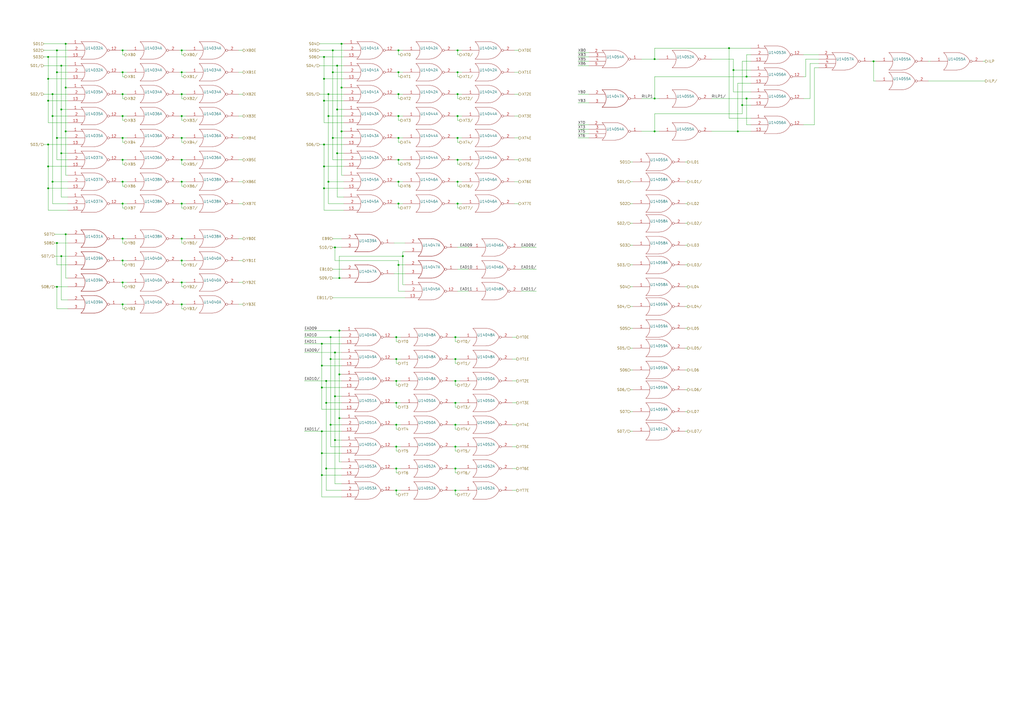
<source format=kicad_sch>
(kicad_sch (version 20211123) (generator eeschema)
  (paper "A2")
  (junction (at 187.96 33.02))
  (junction (at 190.5 67.31))
  (junction (at 71.12 138.43))
  (junction (at 189.23 233.68))
  (junction (at 229.87 259.08))
  (junction (at 105.41 80.01))
  (junction (at 231.14 105.41))
  (junction (at 193.04 80.01))
  (junction (at 231.14 67.31))
  (junction (at 195.58 38.1))
  (junction (at 187.96 96.52))
  (junction (at 264.16 271.78))
  (junction (at 71.12 54.61))
  (junction (at 264.16 195.58))
  (junction (at 71.12 29.21))
  (junction (at 33.02 140.97))
  (junction (at 265.43 54.61))
  (junction (at 105.41 67.31))
  (junction (at 30.48 67.31))
  (junction (at 186.69 262.89))
  (junction (at 191.77 208.28))
  (junction (at 229.87 195.58))
  (junction (at 186.69 250.19))
  (junction (at 264.16 208.28))
  (junction (at 379.73 57.15))
  (junction (at 264.16 284.48))
  (junction (at 105.41 176.53))
  (junction (at 194.31 204.47))
  (junction (at 264.16 220.98))
  (junction (at 194.31 143.51))
  (junction (at 27.94 109.22))
  (junction (at 265.43 105.41))
  (junction (at 38.1 135.89))
  (junction (at 105.41 29.21))
  (junction (at 35.56 63.5))
  (junction (at 229.87 246.38))
  (junction (at 105.41 92.71))
  (junction (at 231.14 41.91))
  (junction (at 198.12 50.8))
  (junction (at 231.14 118.11))
  (junction (at 198.12 25.4))
  (junction (at 195.58 63.5))
  (junction (at 231.14 29.21))
  (junction (at 196.85 161.29))
  (junction (at 231.14 153.67))
  (junction (at 229.87 208.28))
  (junction (at 193.04 41.91))
  (junction (at 30.48 105.41))
  (junction (at 231.14 80.01))
  (junction (at 233.68 148.59))
  (junction (at 189.23 271.78))
  (junction (at 105.41 54.61))
  (junction (at 265.43 80.01))
  (junction (at 71.12 105.41))
  (junction (at 71.12 118.11))
  (junction (at 433.07 57.15))
  (junction (at 71.12 80.01))
  (junction (at 265.43 29.21))
  (junction (at 71.12 41.91))
  (junction (at 425.45 40.64))
  (junction (at 186.69 212.09))
  (junction (at 105.41 118.11))
  (junction (at 229.87 220.98))
  (junction (at 35.56 38.1))
  (junction (at 105.41 138.43))
  (junction (at 191.77 246.38))
  (junction (at 186.69 224.79))
  (junction (at 186.69 275.59))
  (junction (at 105.41 105.41))
  (junction (at 264.16 259.08))
  (junction (at 27.94 96.52))
  (junction (at 194.31 255.27))
  (junction (at 196.85 242.57))
  (junction (at 196.85 217.17))
  (junction (at 71.12 151.13))
  (junction (at 187.96 109.22))
  (junction (at 229.87 233.68))
  (junction (at 33.02 29.21))
  (junction (at 231.14 92.71))
  (junction (at 229.87 284.48))
  (junction (at 71.12 92.71))
  (junction (at 265.43 118.11))
  (junction (at 27.94 33.02))
  (junction (at 229.87 271.78))
  (junction (at 30.48 54.61))
  (junction (at 379.73 34.29))
  (junction (at 71.12 67.31))
  (junction (at 33.02 166.37))
  (junction (at 265.43 67.31))
  (junction (at 190.5 54.61))
  (junction (at 33.02 41.91))
  (junction (at 27.94 58.42))
  (junction (at 38.1 25.4))
  (junction (at 27.94 45.72))
  (junction (at 427.99 76.2))
  (junction (at 187.96 83.82))
  (junction (at 196.85 191.77))
  (junction (at 430.53 60.96))
  (junction (at 105.41 41.91))
  (junction (at 433.07 44.45))
  (junction (at 193.04 29.21))
  (junction (at 33.02 80.01))
  (junction (at 38.1 50.8))
  (junction (at 264.16 233.68))
  (junction (at 265.43 41.91))
  (junction (at 38.1 76.2))
  (junction (at 35.56 88.9))
  (junction (at 105.41 151.13))
  (junction (at 105.41 163.83))
  (junction (at 191.77 195.58))
  (junction (at 379.73 76.2))
  (junction (at 187.96 58.42))
  (junction (at 506.73 35.56))
  (junction (at 265.43 92.71))
  (junction (at 189.23 220.98))
  (junction (at 194.31 229.87))
  (junction (at 422.91 27.94))
  (junction (at 35.56 148.59))
  (junction (at 231.14 54.61))
  (junction (at 264.16 246.38))
  (junction (at 186.69 199.39))
  (junction (at 198.12 76.2))
  (junction (at 195.58 88.9))
  (junction (at 71.12 163.83))
  (junction (at 71.12 176.53))
  (junction (at 187.96 45.72))
  (junction (at 27.94 83.82))
  (junction (at 190.5 105.41))
  (wire (pts (xy 138.43 54.61) (xy 140.97 54.61)))
  (wire (pts (xy 105.41 107.95) (xy 106.68 107.95)))
  (wire (pts (xy 397.51 153.67) (xy 398.78 153.67)))
  (wire (pts (xy 262.89 259.08) (xy 264.16 259.08)))
  (wire (pts (xy 367.03 238.76) (xy 365.76 238.76)))
  (wire (pts (xy 193.04 80.01) (xy 193.04 92.71)))
  (wire (pts (xy 297.18 220.98) (xy 299.72 220.98)))
  (wire (pts (xy 196.85 217.17) (xy 196.85 242.57)))
  (wire (pts (xy 265.43 41.91) (xy 267.97 41.91)))
  (wire (pts (xy 195.58 88.9) (xy 199.39 88.9)))
  (wire (pts (xy 229.87 220.98) (xy 232.41 220.98)))
  (wire (pts (xy 466.09 44.45) (xy 467.36 44.45)))
  (wire (pts (xy 264.16 284.48) (xy 264.16 287.02)))
  (wire (pts (xy 264.16 284.48) (xy 266.7 284.48)))
  (wire (pts (xy 231.14 153.67) (xy 231.14 168.91)))
  (wire (pts (xy 422.91 68.58) (xy 435.61 68.58)))
  (wire (pts (xy 264.16 246.38) (xy 266.7 246.38)))
  (wire (pts (xy 176.53 195.58) (xy 191.77 195.58)))
  (wire (pts (xy 27.94 45.72) (xy 39.37 45.72)))
  (wire (pts (xy 265.43 80.01) (xy 267.97 80.01)))
  (wire (pts (xy 38.1 135.89) (xy 38.1 161.29)))
  (wire (pts (xy 379.73 27.94) (xy 422.91 27.94)))
  (wire (pts (xy 187.96 45.72) (xy 199.39 45.72)))
  (wire (pts (xy 105.41 176.53) (xy 105.41 179.07)))
  (wire (pts (xy 194.31 143.51) (xy 194.31 151.13)))
  (wire (pts (xy 190.5 105.41) (xy 199.39 105.41)))
  (wire (pts (xy 231.14 105.41) (xy 231.14 107.95)))
  (wire (pts (xy 187.96 83.82) (xy 199.39 83.82)))
  (wire (pts (xy 302.26 156.21) (xy 311.15 156.21)))
  (wire (pts (xy 30.48 105.41) (xy 39.37 105.41)))
  (wire (pts (xy 196.85 267.97) (xy 198.12 267.97)))
  (wire (pts (xy 71.12 163.83) (xy 71.12 166.37)))
  (wire (pts (xy 105.41 138.43) (xy 107.95 138.43)))
  (wire (pts (xy 185.42 38.1) (xy 195.58 38.1)))
  (wire (pts (xy 105.41 44.45) (xy 106.68 44.45)))
  (wire (pts (xy 138.43 80.01) (xy 140.97 80.01)))
  (wire (pts (xy 71.12 153.67) (xy 72.39 153.67)))
  (wire (pts (xy 105.41 41.91) (xy 105.41 44.45)))
  (wire (pts (xy 69.85 151.13) (xy 71.12 151.13)))
  (wire (pts (xy 265.43 29.21) (xy 267.97 29.21)))
  (wire (pts (xy 186.69 288.29) (xy 198.12 288.29)))
  (wire (pts (xy 193.04 92.71) (xy 199.39 92.71)))
  (wire (pts (xy 185.42 29.21) (xy 193.04 29.21)))
  (wire (pts (xy 379.73 57.15) (xy 382.27 57.15)))
  (wire (pts (xy 229.87 208.28) (xy 229.87 210.82)))
  (wire (pts (xy 69.85 105.41) (xy 71.12 105.41)))
  (wire (pts (xy 466.09 31.75) (xy 474.98 31.75)))
  (wire (pts (xy 33.02 140.97) (xy 33.02 153.67)))
  (wire (pts (xy 27.94 109.22) (xy 27.94 121.92)))
  (wire (pts (xy 265.43 67.31) (xy 267.97 67.31)))
  (wire (pts (xy 105.41 80.01) (xy 105.41 82.55)))
  (wire (pts (xy 186.69 212.09) (xy 198.12 212.09)))
  (wire (pts (xy 194.31 143.51) (xy 198.12 143.51)))
  (wire (pts (xy 33.02 92.71) (xy 39.37 92.71)))
  (wire (pts (xy 367.03 118.11) (xy 365.76 118.11)))
  (wire (pts (xy 71.12 118.11) (xy 71.12 120.65)))
  (wire (pts (xy 372.11 34.29) (xy 379.73 34.29)))
  (wire (pts (xy 469.9 36.83) (xy 474.98 36.83)))
  (wire (pts (xy 71.12 105.41) (xy 73.66 105.41)))
  (wire (pts (xy 397.51 142.24) (xy 398.78 142.24)))
  (wire (pts (xy 186.69 224.79) (xy 198.12 224.79)))
  (wire (pts (xy 229.87 220.98) (xy 229.87 223.52)))
  (wire (pts (xy 229.87 195.58) (xy 229.87 198.12)))
  (wire (pts (xy 195.58 63.5) (xy 199.39 63.5)))
  (wire (pts (xy 71.12 95.25) (xy 72.39 95.25)))
  (wire (pts (xy 69.85 80.01) (xy 71.12 80.01)))
  (wire (pts (xy 33.02 166.37) (xy 39.37 166.37)))
  (wire (pts (xy 193.04 156.21) (xy 198.12 156.21)))
  (wire (pts (xy 265.43 118.11) (xy 267.97 118.11)))
  (wire (pts (xy 435.61 48.26) (xy 427.99 48.26)))
  (wire (pts (xy 265.43 105.41) (xy 265.43 107.95)))
  (wire (pts (xy 138.43 92.71) (xy 140.97 92.71)))
  (wire (pts (xy 104.14 176.53) (xy 105.41 176.53)))
  (wire (pts (xy 231.14 44.45) (xy 232.41 44.45)))
  (wire (pts (xy 367.03 142.24) (xy 365.76 142.24)))
  (wire (pts (xy 233.68 146.05) (xy 234.95 146.05)))
  (wire (pts (xy 35.56 88.9) (xy 35.56 114.3)))
  (wire (pts (xy 264.16 261.62) (xy 265.43 261.62)))
  (wire (pts (xy 231.14 41.91) (xy 231.14 44.45)))
  (wire (pts (xy 105.41 120.65) (xy 106.68 120.65)))
  (wire (pts (xy 228.6 220.98) (xy 229.87 220.98)))
  (wire (pts (xy 264.16 41.91) (xy 265.43 41.91)))
  (wire (pts (xy 302.26 168.91) (xy 311.15 168.91)))
  (wire (pts (xy 71.12 120.65) (xy 72.39 120.65)))
  (wire (pts (xy 231.14 29.21) (xy 231.14 31.75)))
  (wire (pts (xy 105.41 69.85) (xy 106.68 69.85)))
  (wire (pts (xy 190.5 54.61) (xy 190.5 67.31)))
  (wire (pts (xy 191.77 195.58) (xy 191.77 208.28)))
  (wire (pts (xy 138.43 163.83) (xy 140.97 163.83)))
  (wire (pts (xy 198.12 50.8) (xy 198.12 76.2)))
  (wire (pts (xy 233.68 146.05) (xy 233.68 148.59)))
  (wire (pts (xy 186.69 250.19) (xy 198.12 250.19)))
  (wire (pts (xy 38.1 76.2) (xy 38.1 101.6)))
  (wire (pts (xy 506.73 35.56) (xy 506.73 46.99)))
  (wire (pts (xy 105.41 153.67) (xy 106.68 153.67)))
  (wire (pts (xy 71.12 80.01) (xy 73.66 80.01)))
  (wire (pts (xy 341.63 59.69) (xy 335.28 59.69)))
  (wire (pts (xy 191.77 208.28) (xy 191.77 246.38)))
  (wire (pts (xy 69.85 92.71) (xy 71.12 92.71)))
  (wire (pts (xy 71.12 41.91) (xy 73.66 41.91)))
  (wire (pts (xy 229.87 246.38) (xy 229.87 248.92)))
  (wire (pts (xy 228.6 284.48) (xy 229.87 284.48)))
  (wire (pts (xy 264.16 220.98) (xy 264.16 223.52)))
  (wire (pts (xy 190.5 118.11) (xy 199.39 118.11)))
  (wire (pts (xy 425.45 40.64) (xy 435.61 40.64)))
  (wire (pts (xy 264.16 248.92) (xy 265.43 248.92)))
  (wire (pts (xy 104.14 138.43) (xy 105.41 138.43)))
  (wire (pts (xy 27.94 83.82) (xy 27.94 96.52)))
  (wire (pts (xy 265.43 107.95) (xy 266.7 107.95)))
  (wire (pts (xy 341.63 74.93) (xy 335.28 74.93)))
  (wire (pts (xy 198.12 76.2) (xy 199.39 76.2)))
  (wire (pts (xy 271.78 156.21) (xy 265.43 156.21)))
  (wire (pts (xy 433.07 57.15) (xy 435.61 57.15)))
  (wire (pts (xy 264.16 67.31) (xy 265.43 67.31)))
  (wire (pts (xy 231.14 57.15) (xy 232.41 57.15)))
  (wire (pts (xy 231.14 54.61) (xy 231.14 57.15)))
  (wire (pts (xy 31.75 148.59) (xy 35.56 148.59)))
  (wire (pts (xy 38.1 101.6) (xy 39.37 101.6)))
  (wire (pts (xy 27.94 33.02) (xy 39.37 33.02)))
  (wire (pts (xy 231.14 31.75) (xy 232.41 31.75)))
  (wire (pts (xy 193.04 41.91) (xy 193.04 80.01)))
  (wire (pts (xy 264.16 208.28) (xy 264.16 210.82)))
  (wire (pts (xy 231.14 82.55) (xy 232.41 82.55)))
  (wire (pts (xy 422.91 27.94) (xy 435.61 27.94)))
  (wire (pts (xy 228.6 233.68) (xy 229.87 233.68)))
  (wire (pts (xy 262.89 208.28) (xy 264.16 208.28)))
  (wire (pts (xy 265.43 92.71) (xy 265.43 95.25)))
  (wire (pts (xy 379.73 34.29) (xy 379.73 27.94)))
  (wire (pts (xy 196.85 217.17) (xy 198.12 217.17)))
  (wire (pts (xy 231.14 29.21) (xy 233.68 29.21)))
  (wire (pts (xy 264.16 223.52) (xy 265.43 223.52)))
  (wire (pts (xy 198.12 101.6) (xy 199.39 101.6)))
  (wire (pts (xy 185.42 54.61) (xy 190.5 54.61)))
  (wire (pts (xy 302.26 143.51) (xy 311.15 143.51)))
  (wire (pts (xy 262.89 284.48) (xy 264.16 284.48)))
  (wire (pts (xy 105.41 80.01) (xy 107.95 80.01)))
  (wire (pts (xy 71.12 166.37) (xy 72.39 166.37)))
  (wire (pts (xy 229.87 271.78) (xy 229.87 274.32)))
  (wire (pts (xy 189.23 220.98) (xy 198.12 220.98)))
  (wire (pts (xy 71.12 163.83) (xy 73.66 163.83)))
  (wire (pts (xy 71.12 29.21) (xy 71.12 31.75)))
  (wire (pts (xy 265.43 29.21) (xy 265.43 31.75)))
  (wire (pts (xy 298.45 41.91) (xy 300.99 41.91)))
  (wire (pts (xy 71.12 151.13) (xy 71.12 153.67)))
  (wire (pts (xy 231.14 120.65) (xy 232.41 120.65)))
  (wire (pts (xy 194.31 229.87) (xy 198.12 229.87)))
  (wire (pts (xy 297.18 246.38) (xy 299.72 246.38)))
  (wire (pts (xy 25.4 54.61) (xy 30.48 54.61)))
  (wire (pts (xy 341.63 33.02) (xy 335.28 33.02)))
  (wire (pts (xy 198.12 25.4) (xy 199.39 25.4)))
  (wire (pts (xy 231.14 168.91) (xy 234.95 168.91)))
  (wire (pts (xy 397.51 118.11) (xy 398.78 118.11)))
  (wire (pts (xy 397.51 238.76) (xy 398.78 238.76)))
  (wire (pts (xy 229.87 287.02) (xy 231.14 287.02)))
  (wire (pts (xy 264.16 29.21) (xy 265.43 29.21)))
  (wire (pts (xy 412.75 34.29) (xy 425.45 34.29)))
  (wire (pts (xy 341.63 80.01) (xy 335.28 80.01)))
  (wire (pts (xy 194.31 255.27) (xy 198.12 255.27)))
  (wire (pts (xy 71.12 138.43) (xy 71.12 140.97)))
  (wire (pts (xy 262.89 220.98) (xy 264.16 220.98)))
  (wire (pts (xy 264.16 271.78) (xy 266.7 271.78)))
  (wire (pts (xy 231.14 41.91) (xy 233.68 41.91)))
  (wire (pts (xy 341.63 35.56) (xy 335.28 35.56)))
  (wire (pts (xy 185.42 83.82) (xy 187.96 83.82)))
  (wire (pts (xy 367.03 214.63) (xy 365.76 214.63)))
  (wire (pts (xy 105.41 118.11) (xy 105.41 120.65)))
  (wire (pts (xy 231.14 105.41) (xy 233.68 105.41)))
  (wire (pts (xy 35.56 173.99) (xy 39.37 173.99)))
  (wire (pts (xy 467.36 34.29) (xy 474.98 34.29)))
  (wire (pts (xy 189.23 233.68) (xy 189.23 271.78)))
  (wire (pts (xy 265.43 57.15) (xy 266.7 57.15)))
  (wire (pts (xy 264.16 210.82) (xy 265.43 210.82)))
  (wire (pts (xy 35.56 38.1) (xy 39.37 38.1)))
  (wire (pts (xy 472.44 72.39) (xy 472.44 39.37)))
  (wire (pts (xy 229.87 54.61) (xy 231.14 54.61)))
  (wire (pts (xy 27.94 83.82) (xy 39.37 83.82)))
  (wire (pts (xy 341.63 38.1) (xy 335.28 38.1)))
  (wire (pts (xy 187.96 45.72) (xy 187.96 58.42)))
  (wire (pts (xy 33.02 166.37) (xy 33.02 179.07)))
  (wire (pts (xy 195.58 38.1) (xy 199.39 38.1)))
  (wire (pts (xy 262.89 233.68) (xy 264.16 233.68)))
  (wire (pts (xy 194.31 204.47) (xy 194.31 229.87)))
  (wire (pts (xy 104.14 163.83) (xy 105.41 163.83)))
  (wire (pts (xy 341.63 72.39) (xy 335.28 72.39)))
  (wire (pts (xy 105.41 29.21) (xy 107.95 29.21)))
  (wire (pts (xy 69.85 54.61) (xy 71.12 54.61)))
  (wire (pts (xy 71.12 176.53) (xy 71.12 179.07)))
  (wire (pts (xy 186.69 237.49) (xy 198.12 237.49)))
  (wire (pts (xy 298.45 105.41) (xy 300.99 105.41)))
  (wire (pts (xy 104.14 151.13) (xy 105.41 151.13)))
  (wire (pts (xy 367.03 105.41) (xy 365.76 105.41)))
  (wire (pts (xy 466.09 57.15) (xy 469.9 57.15)))
  (wire (pts (xy 262.89 246.38) (xy 264.16 246.38)))
  (wire (pts (xy 69.85 41.91) (xy 71.12 41.91)))
  (wire (pts (xy 35.56 63.5) (xy 39.37 63.5)))
  (wire (pts (xy 264.16 198.12) (xy 265.43 198.12)))
  (wire (pts (xy 397.51 129.54) (xy 398.78 129.54)))
  (wire (pts (xy 264.16 54.61) (xy 265.43 54.61)))
  (wire (pts (xy 265.43 95.25) (xy 266.7 95.25)))
  (wire (pts (xy 231.14 67.31) (xy 233.68 67.31)))
  (wire (pts (xy 265.43 41.91) (xy 265.43 44.45)))
  (wire (pts (xy 105.41 138.43) (xy 105.41 140.97)))
  (wire (pts (xy 297.18 208.28) (xy 299.72 208.28)))
  (wire (pts (xy 196.85 191.77) (xy 198.12 191.77)))
  (wire (pts (xy 30.48 54.61) (xy 30.48 67.31)))
  (wire (pts (xy 30.48 118.11) (xy 39.37 118.11)))
  (wire (pts (xy 105.41 67.31) (xy 105.41 69.85)))
  (wire (pts (xy 229.87 236.22) (xy 231.14 236.22)))
  (wire (pts (xy 264.16 195.58) (xy 266.7 195.58)))
  (wire (pts (xy 189.23 233.68) (xy 198.12 233.68)))
  (wire (pts (xy 233.68 165.1) (xy 234.95 165.1)))
  (wire (pts (xy 265.43 118.11) (xy 265.43 120.65)))
  (wire (pts (xy 271.78 168.91) (xy 265.43 168.91)))
  (wire (pts (xy 193.04 29.21) (xy 199.39 29.21)))
  (wire (pts (xy 186.69 224.79) (xy 186.69 237.49)))
  (wire (pts (xy 71.12 118.11) (xy 73.66 118.11)))
  (wire (pts (xy 30.48 67.31) (xy 39.37 67.31)))
  (wire (pts (xy 194.31 151.13) (xy 231.14 151.13)))
  (wire (pts (xy 231.14 95.25) (xy 232.41 95.25)))
  (wire (pts (xy 186.69 199.39) (xy 186.69 212.09)))
  (wire (pts (xy 228.6 259.08) (xy 229.87 259.08)))
  (wire (pts (xy 71.12 176.53) (xy 73.66 176.53)))
  (wire (pts (xy 189.23 271.78) (xy 189.23 284.48)))
  (wire (pts (xy 198.12 50.8) (xy 199.39 50.8)))
  (wire (pts (xy 176.53 191.77) (xy 196.85 191.77)))
  (wire (pts (xy 195.58 38.1) (xy 195.58 63.5)))
  (wire (pts (xy 195.58 114.3) (xy 199.39 114.3)))
  (wire (pts (xy 264.16 92.71) (xy 265.43 92.71)))
  (wire (pts (xy 264.16 259.08) (xy 264.16 261.62)))
  (wire (pts (xy 472.44 39.37) (xy 474.98 39.37)))
  (wire (pts (xy 229.87 233.68) (xy 229.87 236.22)))
  (wire (pts (xy 229.87 67.31) (xy 231.14 67.31)))
  (wire (pts (xy 229.87 259.08) (xy 229.87 261.62)))
  (wire (pts (xy 138.43 138.43) (xy 140.97 138.43)))
  (wire (pts (xy 570.23 35.56) (xy 571.5 35.56)))
  (wire (pts (xy 30.48 105.41) (xy 30.48 118.11)))
  (wire (pts (xy 435.61 60.96) (xy 430.53 60.96)))
  (wire (pts (xy 233.68 148.59) (xy 233.68 165.1)))
  (wire (pts (xy 105.41 82.55) (xy 106.68 82.55)))
  (wire (pts (xy 27.94 71.12) (xy 39.37 71.12)))
  (wire (pts (xy 138.43 118.11) (xy 140.97 118.11)))
  (wire (pts (xy 265.43 67.31) (xy 265.43 69.85)))
  (wire (pts (xy 71.12 140.97) (xy 72.39 140.97)))
  (wire (pts (xy 35.56 88.9) (xy 39.37 88.9)))
  (wire (pts (xy 193.04 41.91) (xy 199.39 41.91)))
  (wire (pts (xy 196.85 242.57) (xy 196.85 267.97)))
  (wire (pts (xy 27.94 96.52) (xy 27.94 109.22)))
  (wire (pts (xy 105.41 95.25) (xy 106.68 95.25)))
  (wire (pts (xy 105.41 105.41) (xy 105.41 107.95)))
  (wire (pts (xy 433.07 31.75) (xy 433.07 44.45)))
  (wire (pts (xy 265.43 44.45) (xy 266.7 44.45)))
  (wire (pts (xy 298.45 92.71) (xy 300.99 92.71)))
  (wire (pts (xy 38.1 161.29) (xy 39.37 161.29)))
  (wire (pts (xy 105.41 92.71) (xy 105.41 95.25)))
  (wire (pts (xy 35.56 114.3) (xy 39.37 114.3)))
  (wire (pts (xy 228.6 208.28) (xy 229.87 208.28)))
  (wire (pts (xy 229.87 210.82) (xy 231.14 210.82)))
  (wire (pts (xy 271.78 143.51) (xy 265.43 143.51)))
  (wire (pts (xy 433.07 57.15) (xy 433.07 72.39)))
  (wire (pts (xy 176.53 204.47) (xy 194.31 204.47)))
  (wire (pts (xy 341.63 30.48) (xy 335.28 30.48)))
  (wire (pts (xy 71.12 92.71) (xy 73.66 92.71)))
  (wire (pts (xy 104.14 118.11) (xy 105.41 118.11)))
  (wire (pts (xy 185.42 33.02) (xy 187.96 33.02)))
  (wire (pts (xy 71.12 54.61) (xy 71.12 57.15)))
  (wire (pts (xy 234.95 172.72) (xy 193.04 172.72)))
  (wire (pts (xy 27.94 45.72) (xy 27.94 58.42)))
  (wire (pts (xy 38.1 50.8) (xy 39.37 50.8)))
  (wire (pts (xy 412.75 76.2) (xy 427.99 76.2)))
  (wire (pts (xy 229.87 246.38) (xy 232.41 246.38)))
  (wire (pts (xy 190.5 105.41) (xy 190.5 118.11)))
  (wire (pts (xy 196.85 242.57) (xy 198.12 242.57)))
  (wire (pts (xy 229.87 223.52) (xy 231.14 223.52)))
  (wire (pts (xy 71.12 179.07) (xy 72.39 179.07)))
  (wire (pts (xy 265.43 92.71) (xy 267.97 92.71)))
  (wire (pts (xy 187.96 71.12) (xy 199.39 71.12)))
  (wire (pts (xy 397.51 250.19) (xy 398.78 250.19)))
  (wire (pts (xy 105.41 140.97) (xy 106.68 140.97)))
  (wire (pts (xy 69.85 138.43) (xy 71.12 138.43)))
  (wire (pts (xy 71.12 57.15) (xy 72.39 57.15)))
  (wire (pts (xy 193.04 138.43) (xy 198.12 138.43)))
  (wire (pts (xy 33.02 29.21) (xy 39.37 29.21)))
  (wire (pts (xy 105.41 54.61) (xy 107.95 54.61)))
  (wire (pts (xy 105.41 166.37) (xy 106.68 166.37)))
  (wire (pts (xy 33.02 41.91) (xy 39.37 41.91)))
  (wire (pts (xy 231.14 69.85) (xy 232.41 69.85)))
  (wire (pts (xy 69.85 67.31) (xy 71.12 67.31)))
  (wire (pts (xy 265.43 69.85) (xy 266.7 69.85)))
  (wire (pts (xy 27.94 96.52) (xy 39.37 96.52)))
  (wire (pts (xy 231.14 151.13) (xy 231.14 153.67)))
  (wire (pts (xy 397.51 201.93) (xy 398.78 201.93)))
  (wire (pts (xy 298.45 54.61) (xy 300.99 54.61)))
  (wire (pts (xy 33.02 140.97) (xy 39.37 140.97)))
  (wire (pts (xy 427.99 48.26) (xy 427.99 76.2)))
  (wire (pts (xy 105.41 54.61) (xy 105.41 57.15)))
  (wire (pts (xy 229.87 271.78) (xy 232.41 271.78)))
  (wire (pts (xy 297.18 195.58) (xy 299.72 195.58)))
  (wire (pts (xy 265.43 105.41) (xy 267.97 105.41)))
  (wire (pts (xy 229.87 259.08) (xy 232.41 259.08)))
  (wire (pts (xy 341.63 54.61) (xy 335.28 54.61)))
  (wire (pts (xy 187.96 83.82) (xy 187.96 96.52)))
  (wire (pts (xy 397.51 177.8) (xy 398.78 177.8)))
  (wire (pts (xy 38.1 25.4) (xy 39.37 25.4)))
  (wire (pts (xy 297.18 271.78) (xy 299.72 271.78)))
  (wire (pts (xy 229.87 284.48) (xy 232.41 284.48)))
  (wire (pts (xy 367.03 190.5) (xy 365.76 190.5)))
  (wire (pts (xy 104.14 92.71) (xy 105.41 92.71)))
  (wire (pts (xy 265.43 31.75) (xy 266.7 31.75)))
  (wire (pts (xy 71.12 41.91) (xy 71.12 44.45)))
  (wire (pts (xy 264.16 233.68) (xy 264.16 236.22)))
  (wire (pts (xy 229.87 41.91) (xy 231.14 41.91)))
  (wire (pts (xy 397.51 190.5) (xy 398.78 190.5)))
  (wire (pts (xy 71.12 69.85) (xy 72.39 69.85)))
  (wire (pts (xy 33.02 80.01) (xy 39.37 80.01)))
  (wire (pts (xy 231.14 80.01) (xy 231.14 82.55)))
  (wire (pts (xy 231.14 54.61) (xy 233.68 54.61)))
  (wire (pts (xy 229.87 248.92) (xy 231.14 248.92)))
  (wire (pts (xy 265.43 82.55) (xy 266.7 82.55)))
  (wire (pts (xy 30.48 67.31) (xy 30.48 105.41)))
  (wire (pts (xy 105.41 179.07) (xy 106.68 179.07)))
  (wire (pts (xy 105.41 118.11) (xy 107.95 118.11)))
  (wire (pts (xy 265.43 80.01) (xy 265.43 82.55)))
  (wire (pts (xy 33.02 41.91) (xy 33.02 80.01)))
  (wire (pts (xy 38.1 25.4) (xy 38.1 50.8)))
  (wire (pts (xy 231.14 92.71) (xy 231.14 95.25)))
  (wire (pts (xy 427.99 76.2) (xy 435.61 76.2)))
  (wire (pts (xy 194.31 280.67) (xy 198.12 280.67)))
  (wire (pts (xy 231.14 92.71) (xy 233.68 92.71)))
  (wire (pts (xy 367.03 201.93) (xy 365.76 201.93)))
  (wire (pts (xy 69.85 118.11) (xy 71.12 118.11)))
  (wire (pts (xy 228.6 140.97) (xy 234.95 140.97)))
  (wire (pts (xy 433.07 44.45) (xy 435.61 44.45)))
  (wire (pts (xy 198.12 25.4) (xy 198.12 50.8)))
  (wire (pts (xy 105.41 41.91) (xy 107.95 41.91)))
  (wire (pts (xy 191.77 208.28) (xy 198.12 208.28)))
  (wire (pts (xy 506.73 46.99) (xy 508 46.99)))
  (wire (pts (xy 228.6 271.78) (xy 229.87 271.78)))
  (wire (pts (xy 35.56 148.59) (xy 39.37 148.59)))
  (wire (pts (xy 71.12 92.71) (xy 71.12 95.25)))
  (wire (pts (xy 195.58 88.9) (xy 195.58 114.3)))
  (wire (pts (xy 298.45 118.11) (xy 300.99 118.11)))
  (wire (pts (xy 187.96 33.02) (xy 187.96 45.72)))
  (wire (pts (xy 430.53 60.96) (xy 430.53 35.56)))
  (wire (pts (xy 264.16 118.11) (xy 265.43 118.11)))
  (wire (pts (xy 379.73 34.29) (xy 382.27 34.29)))
  (wire (pts (xy 27.94 58.42) (xy 27.94 71.12)))
  (wire (pts (xy 264.16 208.28) (xy 266.7 208.28)))
  (wire (pts (xy 191.77 246.38) (xy 198.12 246.38)))
  (wire (pts (xy 38.1 76.2) (xy 39.37 76.2)))
  (wire (pts (xy 264.16 220.98) (xy 266.7 220.98)))
  (wire (pts (xy 265.43 54.61) (xy 267.97 54.61)))
  (wire (pts (xy 505.46 35.56) (xy 506.73 35.56)))
  (wire (pts (xy 104.14 54.61) (xy 105.41 54.61)))
  (wire (pts (xy 186.69 199.39) (xy 198.12 199.39)))
  (wire (pts (xy 538.48 46.99) (xy 571.5 46.99)))
  (wire (pts (xy 506.73 35.56) (xy 508 35.56)))
  (wire (pts (xy 425.45 40.64) (xy 425.45 53.34)))
  (wire (pts (xy 193.04 161.29) (xy 196.85 161.29)))
  (wire (pts (xy 187.96 109.22) (xy 187.96 121.92)))
  (wire (pts (xy 196.85 161.29) (xy 198.12 161.29)))
  (wire (pts (xy 397.51 105.41) (xy 398.78 105.41)))
  (wire (pts (xy 194.31 204.47) (xy 198.12 204.47)))
  (wire (pts (xy 195.58 63.5) (xy 195.58 88.9)))
  (wire (pts (xy 104.14 67.31) (xy 105.41 67.31)))
  (wire (pts (xy 186.69 262.89) (xy 198.12 262.89)))
  (wire (pts (xy 27.94 58.42) (xy 39.37 58.42)))
  (wire (pts (xy 71.12 80.01) (xy 71.12 82.55)))
  (wire (pts (xy 379.73 44.45) (xy 433.07 44.45)))
  (wire (pts (xy 367.03 129.54) (xy 365.76 129.54)))
  (wire (pts (xy 262.89 195.58) (xy 264.16 195.58)))
  (wire (pts (xy 38.1 50.8) (xy 38.1 76.2)))
  (wire (pts (xy 229.87 118.11) (xy 231.14 118.11)))
  (wire (pts (xy 196.85 161.29) (xy 196.85 148.59)))
  (wire (pts (xy 193.04 143.51) (xy 194.31 143.51)))
  (wire (pts (xy 38.1 135.89) (xy 39.37 135.89)))
  (wire (pts (xy 193.04 29.21) (xy 193.04 41.91)))
  (wire (pts (xy 412.75 57.15) (xy 433.07 57.15)))
  (wire (pts (xy 433.07 72.39) (xy 435.61 72.39)))
  (wire (pts (xy 105.41 163.83) (xy 107.95 163.83)))
  (wire (pts (xy 425.45 53.34) (xy 435.61 53.34)))
  (wire (pts (xy 105.41 176.53) (xy 107.95 176.53)))
  (wire (pts (xy 229.87 274.32) (xy 231.14 274.32)))
  (wire (pts (xy 186.69 212.09) (xy 186.69 224.79)))
  (wire (pts (xy 138.43 105.41) (xy 140.97 105.41)))
  (wire (pts (xy 189.23 284.48) (xy 198.12 284.48)))
  (wire (pts (xy 33.02 153.67) (xy 39.37 153.67)))
  (wire (pts (xy 367.03 177.8) (xy 365.76 177.8)))
  (wire (pts (xy 379.73 57.15) (xy 379.73 44.45)))
  (wire (pts (xy 104.14 29.21) (xy 105.41 29.21)))
  (wire (pts (xy 341.63 77.47) (xy 335.28 77.47)))
  (wire (pts (xy 231.14 118.11) (xy 231.14 120.65)))
  (wire (pts (xy 466.09 72.39) (xy 472.44 72.39)))
  (wire (pts (xy 176.53 199.39) (xy 186.69 199.39)))
  (wire (pts (xy 297.18 233.68) (xy 299.72 233.68)))
  (wire (pts (xy 229.87 105.41) (xy 231.14 105.41)))
  (wire (pts (xy 31.75 135.89) (xy 38.1 135.89)))
  (wire (pts (xy 264.16 271.78) (xy 264.16 274.32)))
  (wire (pts (xy 231.14 80.01) (xy 233.68 80.01)))
  (wire (pts (xy 265.43 54.61) (xy 265.43 57.15)))
  (wire (pts (xy 104.14 105.41) (xy 105.41 105.41)))
  (wire (pts (xy 187.96 109.22) (xy 199.39 109.22)))
  (wire (pts (xy 193.04 80.01) (xy 199.39 80.01)))
  (wire (pts (xy 71.12 67.31) (xy 73.66 67.31)))
  (wire (pts (xy 298.45 80.01) (xy 300.99 80.01)))
  (wire (pts (xy 25.4 83.82) (xy 27.94 83.82)))
  (wire (pts (xy 229.87 198.12) (xy 231.14 198.12)))
  (wire (pts (xy 27.94 121.92) (xy 39.37 121.92)))
  (wire (pts (xy 433.07 31.75) (xy 435.61 31.75)))
  (wire (pts (xy 264.16 80.01) (xy 265.43 80.01)))
  (wire (pts (xy 25.4 29.21) (xy 33.02 29.21)))
  (wire (pts (xy 430.53 35.56) (xy 435.61 35.56)))
  (wire (pts (xy 264.16 195.58) (xy 264.16 198.12)))
  (wire (pts (xy 33.02 80.01) (xy 33.02 92.71)))
  (wire (pts (xy 367.03 93.98) (xy 365.76 93.98)))
  (wire (pts (xy 105.41 31.75) (xy 106.68 31.75)))
  (wire (pts (xy 229.87 195.58) (xy 232.41 195.58)))
  (wire (pts (xy 25.4 38.1) (xy 35.56 38.1)))
  (wire (pts (xy 264.16 274.32) (xy 265.43 274.32)))
  (wire (pts (xy 27.94 33.02) (xy 27.94 45.72)))
  (wire (pts (xy 397.51 93.98) (xy 398.78 93.98)))
  (wire (pts (xy 69.85 176.53) (xy 71.12 176.53)))
  (wire (pts (xy 105.41 57.15) (xy 106.68 57.15)))
  (wire (pts (xy 138.43 176.53) (xy 140.97 176.53)))
  (wire (pts (xy 25.4 25.4) (xy 38.1 25.4)))
  (wire (pts (xy 190.5 54.61) (xy 199.39 54.61)))
  (wire (pts (xy 71.12 151.13) (xy 73.66 151.13)))
  (wire (pts (xy 71.12 31.75) (xy 72.39 31.75)))
  (wire (pts (xy 138.43 67.31) (xy 140.97 67.31)))
  (wire (pts (xy 229.87 284.48) (xy 229.87 287.02)))
  (wire (pts (xy 297.18 259.08) (xy 299.72 259.08)))
  (wire (pts (xy 176.53 220.98) (xy 189.23 220.98)))
  (wire (pts (xy 430.53 66.04) (xy 430.53 60.96)))
  (wire (pts (xy 196.85 191.77) (xy 196.85 217.17)))
  (wire (pts (xy 367.03 250.19) (xy 365.76 250.19)))
  (wire (pts (xy 104.14 41.91) (xy 105.41 41.91)))
  (wire (pts (xy 35.56 38.1) (xy 35.56 63.5)))
  (wire (pts (xy 186.69 275.59) (xy 186.69 288.29)))
  (wire (pts (xy 27.94 109.22) (xy 39.37 109.22)))
  (wire (pts (xy 189.23 271.78) (xy 198.12 271.78)))
  (wire (pts (xy 105.41 29.21) (xy 105.41 31.75)))
  (wire (pts (xy 397.51 226.06) (xy 398.78 226.06)))
  (wire (pts (xy 469.9 57.15) (xy 469.9 36.83)))
  (wire (pts (xy 297.18 284.48) (xy 299.72 284.48)))
  (wire (pts (xy 71.12 138.43) (xy 73.66 138.43)))
  (wire (pts (xy 185.42 25.4) (xy 198.12 25.4)))
  (wire (pts (xy 425.45 34.29) (xy 425.45 40.64)))
  (wire (pts (xy 264.16 236.22) (xy 265.43 236.22)))
  (wire (pts (xy 196.85 148.59) (xy 233.68 148.59)))
  (wire (pts (xy 229.87 233.68) (xy 232.41 233.68)))
  (wire (pts (xy 262.89 271.78) (xy 264.16 271.78)))
  (wire (pts (xy 187.96 58.42) (xy 187.96 71.12)))
  (wire (pts (xy 187.96 121.92) (xy 199.39 121.92)))
  (wire (pts (xy 187.96 96.52) (xy 199.39 96.52)))
  (wire (pts (xy 105.41 151.13) (xy 105.41 153.67)))
  (wire (pts (xy 71.12 29.21) (xy 73.66 29.21)))
  (wire (pts (xy 69.85 163.83) (xy 71.12 163.83)))
  (wire (pts (xy 298.45 29.21) (xy 300.99 29.21)))
  (wire (pts (xy 71.12 44.45) (xy 72.39 44.45)))
  (wire (pts (xy 422.91 27.94) (xy 422.91 68.58)))
  (wire (pts (xy 264.16 259.08) (xy 266.7 259.08)))
  (wire (pts (xy 189.23 220.98) (xy 189.23 233.68)))
  (wire (pts (xy 105.41 105.41) (xy 107.95 105.41)))
  (wire (pts (xy 298.45 67.31) (xy 300.99 67.31)))
  (wire (pts (xy 264.16 287.02) (xy 265.43 287.02)))
  (wire (pts (xy 25.4 33.02) (xy 27.94 33.02)))
  (wire (pts (xy 231.14 67.31) (xy 231.14 69.85)))
  (wire (pts (xy 190.5 67.31) (xy 199.39 67.31)))
  (wire (pts (xy 367.03 153.67) (xy 365.76 153.67)))
  (wire (pts (xy 397.51 166.37) (xy 398.78 166.37)))
  (wire (pts (xy 31.75 140.97) (xy 33.02 140.97)))
  (wire (pts (xy 265.43 120.65) (xy 266.7 120.65)))
  (wire (pts (xy 228.6 246.38) (xy 229.87 246.38)))
  (wire (pts (xy 191.77 246.38) (xy 191.77 259.08)))
  (wire (pts (xy 71.12 67.31) (xy 71.12 69.85)))
  (wire (pts (xy 187.96 96.52) (xy 187.96 109.22)))
  (wire (pts (xy 187.96 33.02) (xy 199.39 33.02)))
  (wire (pts (xy 187.96 58.42) (xy 199.39 58.42)))
  (wire (pts (xy 231.14 118.11) (xy 233.68 118.11)))
  (wire (pts (xy 105.41 151.13) (xy 107.95 151.13)))
  (wire (pts (xy 138.43 29.21) (xy 140.97 29.21)))
  (wire (pts (xy 71.12 107.95) (xy 72.39 107.95)))
  (wire (pts (xy 372.11 57.15) (xy 379.73 57.15)))
  (wire (pts (xy 379.73 76.2) (xy 382.27 76.2)))
  (wire (pts (xy 186.69 250.19) (xy 186.69 262.89)))
  (wire (pts (xy 191.77 195.58) (xy 198.12 195.58)))
  (wire (pts (xy 194.31 229.87) (xy 194.31 255.27)))
  (wire (pts (xy 367.03 166.37) (xy 365.76 166.37)))
  (wire (pts (xy 105.41 163.83) (xy 105.41 166.37)))
  (wire (pts (xy 231.14 107.95) (xy 232.41 107.95)))
  (wire (pts (xy 538.48 35.56) (xy 539.75 35.56)))
  (wire (pts (xy 71.12 82.55) (xy 72.39 82.55)))
  (wire (pts (xy 231.14 153.67) (xy 234.95 153.67)))
  (wire (pts (xy 186.69 262.89) (xy 186.69 275.59)))
  (wire (pts (xy 33.02 179.07) (xy 39.37 179.07)))
  (wire (pts (xy 138.43 41.91) (xy 140.97 41.91)))
  (wire (pts (xy 379.73 66.04) (xy 430.53 66.04)))
  (wire (pts (xy 138.43 151.13) (xy 140.97 151.13)))
  (wire (pts (xy 229.87 208.28) (xy 232.41 208.28)))
  (wire (pts (xy 104.14 80.01) (xy 105.41 80.01)))
  (wire (pts (xy 229.87 92.71) (xy 231.14 92.71)))
  (wire (pts (xy 229.87 29.21) (xy 231.14 29.21)))
  (wire (pts (xy 367.03 226.06) (xy 365.76 226.06)))
  (wire (pts (xy 228.6 158.75) (xy 234.95 158.75)))
  (wire (pts (xy 397.51 214.63) (xy 398.78 214.63)))
  (wire (pts (xy 379.73 76.2) (xy 379.73 66.04)))
  (wire (pts (xy 194.31 255.27) (xy 194.31 280.67)))
  (wire (pts (xy 186.69 275.59) (xy 198.12 275.59)))
  (wire (pts (xy 190.5 67.31) (xy 190.5 105.41)))
  (wire (pts (xy 264.16 105.41) (xy 265.43 105.41)))
  (wire (pts (xy 467.36 44.45) (xy 467.36 34.29)))
  (wire (pts (xy 69.85 29.21) (xy 71.12 29.21)))
  (wire (pts (xy 105.41 67.31) (xy 107.95 67.31)))
  (wire (pts (xy 33.02 29.21) (xy 33.02 41.91)))
  (wire (pts (xy 35.56 148.59) (xy 35.56 173.99)))
  (wire (pts (xy 176.53 250.19) (xy 186.69 250.19)))
  (wire (pts (xy 31.75 166.37) (xy 33.02 166.37)))
  (wire (pts (xy 35.56 63.5) (xy 35.56 88.9)))
  (wire (pts (xy 264.16 246.38) (xy 264.16 248.92)))
  (wire (pts (xy 71.12 105.41) (xy 71.12 107.95)))
  (wire (pts (xy 105.41 92.71) (xy 107.95 92.71)))
  (wire (pts (xy 71.12 54.61) (xy 73.66 54.61)))
  (wire (pts (xy 372.11 76.2) (xy 379.73 76.2)))
  (wire (pts (xy 191.77 259.08) (xy 198.12 259.08)))
  (wire (pts (xy 228.6 195.58) (xy 229.87 195.58)))
  (wire (pts (xy 229.87 261.62) (xy 231.14 261.62)))
  (wire (pts (xy 229.87 80.01) (xy 231.14 80.01)))
  (wire (pts (xy 198.12 76.2) (xy 198.12 101.6)))
  (wire (pts (xy 264.16 233.68) (xy 266.7 233.68)))
  (wire (pts (xy 30.48 54.61) (xy 39.37 54.61)))
  (label "YB0" (at 335.28 54.61 0) (effects (font (size 1.524 1.524))))
  (label "EAD10/" (at 311.15 156.21 180) (effects (font (size 1.524 1.524))))
  (label "EAD09/" (at 176.53 204.47 0) (effects (font (size 1.524 1.524))))
  (label "EAD11/" (at 311.15 168.91 180) (effects (font (size 1.524 1.524))))
  (label "YB3" (at 335.28 59.69 0) (effects (font (size 1.524 1.524))))
  (label "EAD11" (at 176.53 199.39 0) (effects (font (size 1.524 1.524))))
  (label "XT5" (at 335.28 77.47 0) (effects (font (size 1.524 1.524))))
  (label "XB6" (at 335.28 38.1 0) (effects (font (size 1.524 1.524))))
  (label "EAD11/" (at 176.53 250.19 0) (effects (font (size 1.524 1.524))))
  (label "EAD11" (at 266.7 168.91 0) (effects (font (size 1.524 1.524))))
  (label "XB0" (at 335.28 30.48 0) (effects (font (size 1.524 1.524))))
  (label "XB3" (at 335.28 33.02 0) (effects (font (size 1.524 1.524))))
  (label "RILP1/" (at 412.75 57.15 0) (effects (font (size 1.524 1.524))))
  (label "XT3" (at 335.28 74.93 0) (effects (font (size 1.524 1.524))))
  (label "EAD09" (at 176.53 191.77 0) (effects (font (size 1.524 1.524))))
  (label "XT6" (at 335.28 80.01 0) (effects (font (size 1.524 1.524))))
  (label "EAD10" (at 266.7 156.21 0) (effects (font (size 1.524 1.524))))
  (label "EAD09" (at 266.7 143.51 0) (effects (font (size 1.524 1.524))))
  (label "XT0" (at 335.28 72.39 0) (effects (font (size 1.524 1.524))))
  (label "RILP1" (at 372.11 57.15 0) (effects (font (size 1.524 1.524))))
  (label "EAD10/" (at 176.53 220.98 0) (effects (font (size 1.524 1.524))))
  (label "EAD10" (at 176.53 195.58 0) (effects (font (size 1.524 1.524))))
  (label "EAD09/" (at 311.15 143.51 180) (effects (font (size 1.524 1.524))))
  (label "XB5" (at 335.28 35.56 0) (effects (font (size 1.524 1.524))))
  (hierarchical_label "XT4" (shape output) (at 232.41 82.55 0) (effects (font (size 1.524 1.524))))
  (hierarchical_label "XT0" (shape output) (at 232.41 31.75 0) (effects (font (size 1.524 1.524))))
  (hierarchical_label "IL05" (shape output) (at 398.78 190.5 0) (effects (font (size 1.524 1.524))))
  (hierarchical_label "XB4" (shape output) (at 72.39 82.55 0) (effects (font (size 1.524 1.524))))
  (hierarchical_label "YT4" (shape output) (at 231.14 248.92 0) (effects (font (size 1.524 1.524))))
  (hierarchical_label "XB3" (shape output) (at 72.39 69.85 0) (effects (font (size 1.524 1.524))))
  (hierarchical_label "XB1E" (shape output) (at 140.97 41.91 0) (effects (font (size 1.524 1.524))))
  (hierarchical_label "EB9" (shape input) (at 193.04 138.43 180) (effects (font (size 1.524 1.524))))
  (hierarchical_label "YB1/" (shape output) (at 106.68 153.67 0) (effects (font (size 1.524 1.524))))
  (hierarchical_label "XT4/" (shape output) (at 266.7 82.55 0) (effects (font (size 1.524 1.524))))
  (hierarchical_label "XT7/" (shape output) (at 266.7 120.65 0) (effects (font (size 1.524 1.524))))
  (hierarchical_label "YT7E" (shape output) (at 299.72 284.48 0) (effects (font (size 1.524 1.524))))
  (hierarchical_label "IL05/" (shape output) (at 398.78 201.93 0) (effects (font (size 1.524 1.524))))
  (hierarchical_label "S02" (shape input) (at 365.76 118.11 180) (effects (font (size 1.524 1.524))))
  (hierarchical_label "S02/" (shape input) (at 365.76 129.54 180) (effects (font (size 1.524 1.524))))
  (hierarchical_label "YT6/" (shape output) (at 265.43 274.32 0) (effects (font (size 1.524 1.524))))
  (hierarchical_label "YB2E" (shape output) (at 140.97 163.83 0) (effects (font (size 1.524 1.524))))
  (hierarchical_label "IL03/" (shape output) (at 398.78 153.67 0) (effects (font (size 1.524 1.524))))
  (hierarchical_label "S04" (shape input) (at 185.42 25.4 180) (effects (font (size 1.524 1.524))))
  (hierarchical_label "XT3/" (shape output) (at 266.7 69.85 0) (effects (font (size 1.524 1.524))))
  (hierarchical_label "YT2" (shape output) (at 231.14 223.52 0) (effects (font (size 1.524 1.524))))
  (hierarchical_label "IL01/" (shape output) (at 398.78 105.41 0) (effects (font (size 1.524 1.524))))
  (hierarchical_label "XT4E" (shape output) (at 300.99 80.01 0) (effects (font (size 1.524 1.524))))
  (hierarchical_label "S10/" (shape input) (at 193.04 143.51 180) (effects (font (size 1.524 1.524))))
  (hierarchical_label "XB3E" (shape output) (at 140.97 67.31 0) (effects (font (size 1.524 1.524))))
  (hierarchical_label "YT3/" (shape output) (at 265.43 236.22 0) (effects (font (size 1.524 1.524))))
  (hierarchical_label "YT7" (shape output) (at 231.14 287.02 0) (effects (font (size 1.524 1.524))))
  (hierarchical_label "YT4E" (shape output) (at 299.72 246.38 0) (effects (font (size 1.524 1.524))))
  (hierarchical_label "S01" (shape input) (at 365.76 93.98 180) (effects (font (size 1.524 1.524))))
  (hierarchical_label "YT5/" (shape output) (at 265.43 261.62 0) (effects (font (size 1.524 1.524))))
  (hierarchical_label "YT2/" (shape output) (at 265.43 223.52 0) (effects (font (size 1.524 1.524))))
  (hierarchical_label "XB2E" (shape output) (at 140.97 54.61 0) (effects (font (size 1.524 1.524))))
  (hierarchical_label "S01/" (shape input) (at 25.4 38.1 180) (effects (font (size 1.524 1.524))))
  (hierarchical_label "S02" (shape input) (at 25.4 29.21 180) (effects (font (size 1.524 1.524))))
  (hierarchical_label "S03" (shape input) (at 25.4 33.02 180) (effects (font (size 1.524 1.524))))
  (hierarchical_label "YB3E" (shape output) (at 140.97 176.53 0) (effects (font (size 1.524 1.524))))
  (hierarchical_label "YT7/" (shape output) (at 265.43 287.02 0) (effects (font (size 1.524 1.524))))
  (hierarchical_label "YT6E" (shape output) (at 299.72 271.78 0) (effects (font (size 1.524 1.524))))
  (hierarchical_label "IL07/" (shape output) (at 398.78 250.19 0) (effects (font (size 1.524 1.524))))
  (hierarchical_label "S06/" (shape input) (at 365.76 226.06 180) (effects (font (size 1.524 1.524))))
  (hierarchical_label "ILP/" (shape output) (at 571.5 46.99 0) (effects (font (size 1.524 1.524))))
  (hierarchical_label "XB0E" (shape output) (at 140.97 29.21 0) (effects (font (size 1.524 1.524))))
  (hierarchical_label "XT5E" (shape output) (at 300.99 92.71 0) (effects (font (size 1.524 1.524))))
  (hierarchical_label "IL03" (shape output) (at 398.78 142.24 0) (effects (font (size 1.524 1.524))))
  (hierarchical_label "IL04/" (shape output) (at 398.78 177.8 0) (effects (font (size 1.524 1.524))))
  (hierarchical_label "YT1" (shape output) (at 231.14 210.82 0) (effects (font (size 1.524 1.524))))
  (hierarchical_label "EB10" (shape input) (at 193.04 156.21 180) (effects (font (size 1.524 1.524))))
  (hierarchical_label "IL01" (shape output) (at 398.78 93.98 0) (effects (font (size 1.524 1.524))))
  (hierarchical_label "IL02/" (shape output) (at 398.78 129.54 0) (effects (font (size 1.524 1.524))))
  (hierarchical_label "S06" (shape input) (at 365.76 214.63 180) (effects (font (size 1.524 1.524))))
  (hierarchical_label "XT6E" (shape output) (at 300.99 105.41 0) (effects (font (size 1.524 1.524))))
  (hierarchical_label "S05" (shape input) (at 365.76 190.5 180) (effects (font (size 1.524 1.524))))
  (hierarchical_label "XT3" (shape output) (at 232.41 69.85 0) (effects (font (size 1.524 1.524))))
  (hierarchical_label "XT5/" (shape output) (at 266.7 95.25 0) (effects (font (size 1.524 1.524))))
  (hierarchical_label "XB1/" (shape output) (at 106.68 44.45 0) (effects (font (size 1.524 1.524))))
  (hierarchical_label "YT4/" (shape output) (at 265.43 248.92 0) (effects (font (size 1.524 1.524))))
  (hierarchical_label "YB3" (shape output) (at 72.39 179.07 0) (effects (font (size 1.524 1.524))))
  (hierarchical_label "XT3E" (shape output) (at 300.99 67.31 0) (effects (font (size 1.524 1.524))))
  (hierarchical_label "XT0E" (shape output) (at 300.99 29.21 0) (effects (font (size 1.524 1.524))))
  (hierarchical_label "YT0E" (shape output) (at 299.72 195.58 0) (effects (font (size 1.524 1.524))))
  (hierarchical_label "S01" (shape input) (at 25.4 25.4 180) (effects (font (size 1.524 1.524))))
  (hierarchical_label "XT7" (shape output) (at 232.41 120.65 0) (effects (font (size 1.524 1.524))))
  (hierarchical_label "EB11/" (shape input) (at 193.04 172.72 180) (effects (font (size 1.524 1.524))))
  (hierarchical_label "YT5" (shape output) (at 231.14 261.62 0) (effects (font (size 1.524 1.524))))
  (hierarchical_label "XB5" (shape output) (at 72.39 95.25 0) (effects (font (size 1.524 1.524))))
  (hierarchical_label "YT3" (shape output) (at 231.14 236.22 0) (effects (font (size 1.524 1.524))))
  (hierarchical_label "XB5/" (shape output) (at 106.68 95.25 0) (effects (font (size 1.524 1.524))))
  (hierarchical_label "S03/" (shape input) (at 365.76 153.67 180) (effects (font (size 1.524 1.524))))
  (hierarchical_label "YB2" (shape output) (at 72.39 166.37 0) (effects (font (size 1.524 1.524))))
  (hierarchical_label "S05/" (shape input) (at 365.76 201.93 180) (effects (font (size 1.524 1.524))))
  (hierarchical_label "XB7E" (shape output) (at 140.97 118.11 0) (effects (font (size 1.524 1.524))))
  (hierarchical_label "S04/" (shape input) (at 365.76 177.8 180) (effects (font (size 1.524 1.524))))
  (hierarchical_label "XT5" (shape output) (at 232.41 95.25 0) (effects (font (size 1.524 1.524))))
  (hierarchical_label "YB0/" (shape output) (at 106.68 140.97 0) (effects (font (size 1.524 1.524))))
  (hierarchical_label "YB2/" (shape output) (at 106.68 166.37 0) (effects (font (size 1.524 1.524))))
  (hierarchical_label "S04/" (shape input) (at 185.42 38.1 180) (effects (font (size 1.524 1.524))))
  (hierarchical_label "YB0" (shape output) (at 72.39 140.97 0) (effects (font (size 1.524 1.524))))
  (hierarchical_label "S08/" (shape input) (at 31.75 166.37 180) (effects (font (size 1.524 1.524))))
  (hierarchical_label "YT0" (shape output) (at 231.14 198.12 0) (effects (font (size 1.524 1.524))))
  (hierarchical_label "XT1" (shape output) (at 232.41 44.45 0) (effects (font (size 1.524 1.524))))
  (hierarchical_label "XT2" (shape output) (at 232.41 57.15 0) (effects (font (size 1.524 1.524))))
  (hierarchical_label "YB3/" (shape output) (at 106.68 179.07 0) (effects (font (size 1.524 1.524))))
  (hierarchical_label "XT2/" (shape output) (at 266.7 57.15 0) (effects (font (size 1.524 1.524))))
  (hierarchical_label "XB2" (shape output) (at 72.39 57.15 0) (effects (font (size 1.524 1.524))))
  (hierarchical_label "S07" (shape input) (at 31.75 135.89 180) (effects (font (size 1.524 1.524))))
  (hierarchical_label "YB1" (shape output) (at 72.39 153.67 0) (effects (font (size 1.524 1.524))))
  (hierarchical_label "YB0E" (shape output) (at 140.97 138.43 0) (effects (font (size 1.524 1.524))))
  (hierarchical_label "XB4/" (shape output) (at 106.68 82.55 0) (effects (font (size 1.524 1.524))))
  (hierarchical_label "S01/" (shape input) (at 365.76 105.41 180) (effects (font (size 1.524 1.524))))
  (hierarchical_label "YT0/" (shape output) (at 265.43 198.12 0) (effects (font (size 1.524 1.524))))
  (hierarchical_label "S05/" (shape input) (at 185.42 54.61 180) (effects (font (size 1.524 1.524))))
  (hierarchical_label "YT3E" (shape output) (at 299.72 233.68 0) (effects (font (size 1.524 1.524))))
  (hierarchical_label "IL02" (shape output) (at 398.78 118.11 0) (effects (font (size 1.524 1.524))))
  (hierarchical_label "S03/" (shape input) (at 25.4 83.82 180) (effects (font (size 1.524 1.524))))
  (hierarchical_label "S02/" (shape input) (at 25.4 54.61 180) (effects (font (size 1.524 1.524))))
  (hierarchical_label "YT1/" (shape output) (at 265.43 210.82 0) (effects (font (size 1.524 1.524))))
  (hierarchical_label "XB3/" (shape output) (at 106.68 69.85 0) (effects (font (size 1.524 1.524))))
  (hierarchical_label "IL07" (shape output) (at 398.78 238.76 0) (effects (font (size 1.524 1.524))))
  (hierarchical_label "YT6" (shape output) (at 231.14 274.32 0) (effects (font (size 1.524 1.524))))
  (hierarchical_label "XT2E" (shape output) (at 300.99 54.61 0) (effects (font (size 1.524 1.524))))
  (hierarchical_label "ILP" (shape output) (at 571.5 35.56 0) (effects (font (size 1.524 1.524))))
  (hierarchical_label "XT6/" (shape output) (at 266.7 107.95 0) (effects (font (size 1.524 1.524))))
  (hierarchical_label "S04" (shape input) (at 365.76 166.37 180) (effects (font (size 1.524 1.524))))
  (hierarchical_label "XB0/" (shape output) (at 106.68 31.75 0) (effects (font (size 1.524 1.524))))
  (hierarchical_label "S07/" (shape input) (at 365.76 250.19 180) (effects (font (size 1.524 1.524))))
  (hierarchical_label "S05" (shape input) (at 185.42 29.21 180) (effects (font (size 1.524 1.524))))
  (hierarchical_label "S09/" (shape input) (at 193.04 161.29 180) (effects (font (size 1.524 1.524))))
  (hierarchical_label "XB6" (shape output) (at 72.39 107.95 0) (effects (font (size 1.524 1.524))))
  (hierarchical_label "XB2/" (shape output) (at 106.68 57.15 0) (effects (font (size 1.524 1.524))))
  (hierarchical_label "XB5E" (shape output) (at 140.97 92.71 0) (effects (font (size 1.524 1.524))))
  (hierarchical_label "IL04" (shape output) (at 398.78 166.37 0) (effects (font (size 1.524 1.524))))
  (hierarchical_label "XT1/" (shape output) (at 266.7 44.45 0) (effects (font (size 1.524 1.524))))
  (hierarchical_label "S06/" (shape input) (at 185.42 83.82 180) (effects (font (size 1.524 1.524))))
  (hierarchical_label "XT0/" (shape output) (at 266.7 31.75 0) (effects (font (size 1.524 1.524))))
  (hierarchical_label "IL06" (shape output) (at 398.78 214.63 0) (effects (font (size 1.524 1.524))))
  (hierarchical_label "XT7E" (shape output) (at 300.99 118.11 0) (effects (font (size 1.524 1.524))))
  (hierarchical_label "XB1" (shape output) (at 72.39 44.45 0) (effects (font (size 1.524 1.524))))
  (hierarchical_label "S07/" (shape input) (at 31.75 148.59 180) (effects (font (size 1.524 1.524))))
  (hierarchical_label "S06" (shape input) (at 185.42 33.02 180) (effects (font (size 1.524 1.524))))
  (hierarchical_label "XT6" (shape output) (at 232.41 107.95 0) (effects (font (size 1.524 1.524))))
  (hierarchical_label "IL06/" (shape output) (at 398.78 226.06 0) (effects (font (size 1.524 1.524))))
  (hierarchical_label "XT1E" (shape output) (at 300.99 41.91 0) (effects (font (size 1.524 1.524))))
  (hierarchical_label "XB4E" (shape output) (at 140.97 80.01 0) (effects (font (size 1.524 1.524))))
  (hierarchical_label "S03" (shape input) (at 365.76 142.24 180) (effects (font (size 1.524 1.524))))
  (hierarchical_label "YB1E" (shape output) (at 140.97 151.13 0) (effects (font (size 1.524 1.524))))
  (hierarchical_label "XB7/" (shape output) (at 106.68 120.65 0) (effects (font (size 1.524 1.524))))
  (hierarchical_label "XB7" (shape output) (at 72.39 120.65 0) (effects (font (size 1.524 1.524))))
  (hierarchical_label "YT5E" (shape output) (at 299.72 259.08 0) (effects (font (size 1.524 1.524))))
  (hierarchical_label "XB6/" (shape output) (at 106.68 107.95 0) (effects (font (size 1.524 1.524))))
  (hierarchical_label "YT1E" (shape output) (at 299.72 208.28 0) (effects (font (size 1.524 1.524))))
  (hierarchical_label "XB6E" (shape output) (at 140.97 105.41 0) (effects (font (size 1.524 1.524))))
  (hierarchical_label "XB0" (shape output) (at 72.39 31.75 0) (effects (font (size 1.524 1.524))))
  (hierarchical_label "YT2E" (shape output) (at 299.72 220.98 0) (effects (font (size 1.524 1.524))))
  (hierarchical_label "S07" (shape input) (at 365.76 238.76 180) (effects (font (size 1.524 1.524))))
  (hierarchical_label "S08" (shape input) (at 31.75 140.97 180) (effects (font (size 1.524 1.524))))
  (symbol (lib_id "agc_kicad_components:74HC27") (at 54.61 29.21 0)
    (property "Reference" "U14032" (at 54.61 27.94 0) (effects (font (size 1.524 1.524))))
    (property "Value" "74HC27" (effects hide))
  )
  (symbol (lib_id "agc_kicad_components:74HC04") (at 88.9 29.21 0)
    (property "Reference" "U14034" (at 88.9 27.94 0) (effects (font (size 1.524 1.524))))
    (property "Value" "74HC04" (effects hide))
  )
  (symbol (lib_id "agc_kicad_components:74HC04") (at 123.19 29.21 0)
    (property "Reference" "U14034" (at 123.19 27.94 0) (effects (font (size 1.524 1.524))))
    (property "Value" "74HC04" (effects hide))
  )
  (symbol (lib_id "agc_kicad_components:74HC27") (at 54.61 41.91 0)
    (property "Reference" "U14032" (at 54.61 40.64 0) (effects (font (size 1.524 1.524))))
    (property "Value" "74HC27" (effects hide))
  )
  (symbol (lib_id "agc_kicad_components:74HC04") (at 88.9 41.91 0)
    (property "Reference" "U14034" (at 88.9 40.64 0) (effects (font (size 1.524 1.524))))
    (property "Value" "74HC04" (effects hide))
  )
  (symbol (lib_id "agc_kicad_components:74HC04") (at 123.19 41.91 0)
    (property "Reference" "U14034" (at 123.19 40.64 0) (effects (font (size 1.524 1.524))))
    (property "Value" "74HC04" (effects hide))
  )
  (symbol (lib_id "agc_kicad_components:74HC27") (at 54.61 54.61 0)
    (property "Reference" "U14035" (at 54.61 53.34 0) (effects (font (size 1.524 1.524))))
    (property "Value" "74HC27" (effects hide))
  )
  (symbol (lib_id "agc_kicad_components:74HC04") (at 88.9 54.61 0)
    (property "Reference" "U14034" (at 88.9 53.34 0) (effects (font (size 1.524 1.524))))
    (property "Value" "74HC04" (effects hide))
  )
  (symbol (lib_id "agc_kicad_components:74HC04") (at 123.19 54.61 0)
    (property "Reference" "U14034" (at 123.19 53.34 0) (effects (font (size 1.524 1.524))))
    (property "Value" "74HC04" (effects hide))
  )
  (symbol (lib_id "agc_kicad_components:74HC27") (at 54.61 67.31 0)
    (property "Reference" "U14035" (at 54.61 66.04 0) (effects (font (size 1.524 1.524))))
    (property "Value" "74HC27" (effects hide))
  )
  (symbol (lib_id "agc_kicad_components:74HC04") (at 88.9 67.31 0)
    (property "Reference" "U14036" (at 88.9 66.04 0) (effects (font (size 1.524 1.524))))
    (property "Value" "74HC04" (effects hide))
  )
  (symbol (lib_id "agc_kicad_components:74HC04") (at 123.19 67.31 0)
    (property "Reference" "U14036" (at 123.19 66.04 0) (effects (font (size 1.524 1.524))))
    (property "Value" "74HC04" (effects hide))
  )
  (symbol (lib_id "agc_kicad_components:74HC27") (at 54.61 80.01 0)
    (property "Reference" "U14035" (at 54.61 78.74 0) (effects (font (size 1.524 1.524))))
    (property "Value" "74HC27" (effects hide))
  )
  (symbol (lib_id "agc_kicad_components:74HC04") (at 88.9 80.01 0)
    (property "Reference" "U14036" (at 88.9 78.74 0) (effects (font (size 1.524 1.524))))
    (property "Value" "74HC04" (effects hide))
  )
  (symbol (lib_id "agc_kicad_components:74HC04") (at 123.19 80.01 0)
    (property "Reference" "U14036" (at 123.19 78.74 0) (effects (font (size 1.524 1.524))))
    (property "Value" "74HC04" (effects hide))
  )
  (symbol (lib_id "agc_kicad_components:74HC27") (at 54.61 92.71 0)
    (property "Reference" "U14037" (at 54.61 91.44 0) (effects (font (size 1.524 1.524))))
    (property "Value" "74HC27" (effects hide))
  )
  (symbol (lib_id "agc_kicad_components:74HC04") (at 88.9 92.71 0)
    (property "Reference" "U14036" (at 88.9 91.44 0) (effects (font (size 1.524 1.524))))
    (property "Value" "74HC04" (effects hide))
  )
  (symbol (lib_id "agc_kicad_components:74HC04") (at 123.19 92.71 0)
    (property "Reference" "U14036" (at 123.19 91.44 0) (effects (font (size 1.524 1.524))))
    (property "Value" "74HC04" (effects hide))
  )
  (symbol (lib_id "agc_kicad_components:74HC27") (at 54.61 105.41 0)
    (property "Reference" "U14037" (at 54.61 104.14 0) (effects (font (size 1.524 1.524))))
    (property "Value" "74HC27" (effects hide))
  )
  (symbol (lib_id "agc_kicad_components:74HC04") (at 88.9 105.41 0)
    (property "Reference" "U14038" (at 88.9 104.14 0) (effects (font (size 1.524 1.524))))
    (property "Value" "74HC04" (effects hide))
  )
  (symbol (lib_id "agc_kicad_components:74HC04") (at 123.19 105.41 0)
    (property "Reference" "U14038" (at 123.19 104.14 0) (effects (font (size 1.524 1.524))))
    (property "Value" "74HC04" (effects hide))
  )
  (symbol (lib_id "agc_kicad_components:74HC27") (at 54.61 118.11 0)
    (property "Reference" "U14037" (at 54.61 116.84 0) (effects (font (size 1.524 1.524))))
    (property "Value" "74HC27" (effects hide))
  )
  (symbol (lib_id "agc_kicad_components:74HC04") (at 88.9 118.11 0)
    (property "Reference" "U14038" (at 88.9 116.84 0) (effects (font (size 1.524 1.524))))
    (property "Value" "74HC04" (effects hide))
  )
  (symbol (lib_id "agc_kicad_components:74HC04") (at 123.19 118.11 0)
    (property "Reference" "U14038" (at 123.19 116.84 0) (effects (font (size 1.524 1.524))))
    (property "Value" "74HC04" (effects hide))
  )
  (symbol (lib_id "agc_kicad_components:74HC02") (at 54.61 138.43 0)
    (property "Reference" "U14031" (at 54.61 137.16 0) (effects (font (size 1.524 1.524))))
    (property "Value" "74HC02" (effects hide))
  )
  (symbol (lib_id "agc_kicad_components:74HC04") (at 88.9 138.43 0)
    (property "Reference" "U14038" (at 88.9 137.16 0) (effects (font (size 1.524 1.524))))
    (property "Value" "74HC04" (effects hide))
  )
  (symbol (lib_id "agc_kicad_components:74HC04") (at 123.19 138.43 0)
    (property "Reference" "U14038" (at 123.19 137.16 0) (effects (font (size 1.524 1.524))))
    (property "Value" "74HC04" (effects hide))
  )
  (symbol (lib_id "agc_kicad_components:74HC02") (at 54.61 151.13 0)
    (property "Reference" "U14039" (at 54.61 149.86 0) (effects (font (size 1.524 1.524))))
    (property "Value" "74HC02" (effects hide))
  )
  (symbol (lib_id "agc_kicad_components:74HC04") (at 88.9 151.13 0)
    (property "Reference" "U14040" (at 88.9 149.86 0) (effects (font (size 1.524 1.524))))
    (property "Value" "74HC04" (effects hide))
  )
  (symbol (lib_id "agc_kicad_components:74HC04") (at 123.19 151.13 0)
    (property "Reference" "U14040" (at 123.19 149.86 0) (effects (font (size 1.524 1.524))))
    (property "Value" "74HC04" (effects hide))
  )
  (symbol (lib_id "agc_kicad_components:74HC02") (at 54.61 163.83 0)
    (property "Reference" "U14039" (at 54.61 162.56 0) (effects (font (size 1.524 1.524))))
    (property "Value" "74HC02" (effects hide))
  )
  (symbol (lib_id "agc_kicad_components:74HC04") (at 88.9 163.83 0)
    (property "Reference" "U14040" (at 88.9 162.56 0) (effects (font (size 1.524 1.524))))
    (property "Value" "74HC04" (effects hide))
  )
  (symbol (lib_id "agc_kicad_components:74HC04") (at 123.19 163.83 0)
    (property "Reference" "U14040" (at 123.19 162.56 0) (effects (font (size 1.524 1.524))))
    (property "Value" "74HC04" (effects hide))
  )
  (symbol (lib_id "agc_kicad_components:74HC02") (at 54.61 176.53 0)
    (property "Reference" "U14039" (at 54.61 175.26 0) (effects (font (size 1.524 1.524))))
    (property "Value" "74HC02" (effects hide))
  )
  (symbol (lib_id "agc_kicad_components:74HC04") (at 88.9 176.53 0)
    (property "Reference" "U14040" (at 88.9 175.26 0) (effects (font (size 1.524 1.524))))
    (property "Value" "74HC04" (effects hide))
  )
  (symbol (lib_id "agc_kicad_components:74HC04") (at 123.19 176.53 0)
    (property "Reference" "U14040" (at 123.19 175.26 0) (effects (font (size 1.524 1.524))))
    (property "Value" "74HC04" (effects hide))
  )
  (symbol (lib_id "agc_kicad_components:74HC27") (at 214.63 29.21 0)
    (property "Reference" "U14041" (at 214.63 27.94 0) (effects (font (size 1.524 1.524))))
    (property "Value" "74HC27" (effects hide))
  )
  (symbol (lib_id "agc_kicad_components:74HC04") (at 248.92 29.21 0)
    (property "Reference" "U14042" (at 248.92 27.94 0) (effects (font (size 1.524 1.524))))
    (property "Value" "74HC04" (effects hide))
  )
  (symbol (lib_id "agc_kicad_components:74HC04") (at 283.21 29.21 0)
    (property "Reference" "U14042" (at 283.21 27.94 0) (effects (font (size 1.524 1.524))))
    (property "Value" "74HC04" (effects hide))
  )
  (symbol (lib_id "agc_kicad_components:74HC27") (at 214.63 41.91 0)
    (property "Reference" "U14041" (at 214.63 40.64 0) (effects (font (size 1.524 1.524))))
    (property "Value" "74HC27" (effects hide))
  )
  (symbol (lib_id "agc_kicad_components:74HC04") (at 248.92 41.91 0)
    (property "Reference" "U14042" (at 248.92 40.64 0) (effects (font (size 1.524 1.524))))
    (property "Value" "74HC04" (effects hide))
  )
  (symbol (lib_id "agc_kicad_components:74HC04") (at 283.21 41.91 0)
    (property "Reference" "U14042" (at 283.21 40.64 0) (effects (font (size 1.524 1.524))))
    (property "Value" "74HC04" (effects hide))
  )
  (symbol (lib_id "agc_kicad_components:74HC27") (at 214.63 54.61 0)
    (property "Reference" "U14041" (at 214.63 53.34 0) (effects (font (size 1.524 1.524))))
    (property "Value" "74HC27" (effects hide))
  )
  (symbol (lib_id "agc_kicad_components:74HC04") (at 248.92 54.61 0)
    (property "Reference" "U14042" (at 248.92 53.34 0) (effects (font (size 1.524 1.524))))
    (property "Value" "74HC04" (effects hide))
  )
  (symbol (lib_id "agc_kicad_components:74HC04") (at 283.21 54.61 0)
    (property "Reference" "U14042" (at 283.21 53.34 0) (effects (font (size 1.524 1.524))))
    (property "Value" "74HC04" (effects hide))
  )
  (symbol (lib_id "agc_kicad_components:74HC27") (at 214.63 67.31 0)
    (property "Reference" "U14043" (at 214.63 66.04 0) (effects (font (size 1.524 1.524))))
    (property "Value" "74HC27" (effects hide))
  )
  (symbol (lib_id "agc_kicad_components:74HC04") (at 248.92 67.31 0)
    (property "Reference" "U14044" (at 248.92 66.04 0) (effects (font (size 1.524 1.524))))
    (property "Value" "74HC04" (effects hide))
  )
  (symbol (lib_id "agc_kicad_components:74HC04") (at 283.21 67.31 0)
    (property "Reference" "U14044" (at 283.21 66.04 0) (effects (font (size 1.524 1.524))))
    (property "Value" "74HC04" (effects hide))
  )
  (symbol (lib_id "agc_kicad_components:74HC27") (at 214.63 80.01 0)
    (property "Reference" "U14043" (at 214.63 78.74 0) (effects (font (size 1.524 1.524))))
    (property "Value" "74HC27" (effects hide))
  )
  (symbol (lib_id "agc_kicad_components:74HC04") (at 248.92 80.01 0)
    (property "Reference" "U14044" (at 248.92 78.74 0) (effects (font (size 1.524 1.524))))
    (property "Value" "74HC04" (effects hide))
  )
  (symbol (lib_id "agc_kicad_components:74HC04") (at 283.21 80.01 0)
    (property "Reference" "U14044" (at 283.21 78.74 0) (effects (font (size 1.524 1.524))))
    (property "Value" "74HC04" (effects hide))
  )
  (symbol (lib_id "agc_kicad_components:74HC27") (at 214.63 92.71 0)
    (property "Reference" "U14043" (at 214.63 91.44 0) (effects (font (size 1.524 1.524))))
    (property "Value" "74HC27" (effects hide))
  )
  (symbol (lib_id "agc_kicad_components:74HC04") (at 248.92 92.71 0)
    (property "Reference" "U14044" (at 248.92 91.44 0) (effects (font (size 1.524 1.524))))
    (property "Value" "74HC04" (effects hide))
  )
  (symbol (lib_id "agc_kicad_components:74HC04") (at 283.21 92.71 0)
    (property "Reference" "U14044" (at 283.21 91.44 0) (effects (font (size 1.524 1.524))))
    (property "Value" "74HC04" (effects hide))
  )
  (symbol (lib_id "agc_kicad_components:74HC27") (at 214.63 105.41 0)
    (property "Reference" "U14045" (at 214.63 104.14 0) (effects (font (size 1.524 1.524))))
    (property "Value" "74HC27" (effects hide))
  )
  (symbol (lib_id "agc_kicad_components:74HC04") (at 248.92 105.41 0)
    (property "Reference" "U14046" (at 248.92 104.14 0) (effects (font (size 1.524 1.524))))
    (property "Value" "74HC04" (effects hide))
  )
  (symbol (lib_id "agc_kicad_components:74HC04") (at 283.21 105.41 0)
    (property "Reference" "U14046" (at 283.21 104.14 0) (effects (font (size 1.524 1.524))))
    (property "Value" "74HC04" (effects hide))
  )
  (symbol (lib_id "agc_kicad_components:74HC27") (at 214.63 118.11 0)
    (property "Reference" "U14045" (at 214.63 116.84 0) (effects (font (size 1.524 1.524))))
    (property "Value" "74HC27" (effects hide))
  )
  (symbol (lib_id "agc_kicad_components:74HC04") (at 248.92 118.11 0)
    (property "Reference" "U14046" (at 248.92 116.84 0) (effects (font (size 1.524 1.524))))
    (property "Value" "74HC04" (effects hide))
  )
  (symbol (lib_id "agc_kicad_components:74HC04") (at 283.21 118.11 0)
    (property "Reference" "U14046" (at 283.21 116.84 0) (effects (font (size 1.524 1.524))))
    (property "Value" "74HC04" (effects hide))
  )
  (symbol (lib_id "agc_kicad_components:74HC02") (at 213.36 140.97 0)
    (property "Reference" "U14039" (at 213.36 139.7 0) (effects (font (size 1.524 1.524))))
    (property "Value" "74HC02" (effects hide))
  )
  (symbol (lib_id "agc_kicad_components:74HC02") (at 250.19 143.51 0)
    (property "Reference" "U14047" (at 250.19 142.24 0) (effects (font (size 1.524 1.524))))
    (property "Value" "74HC02" (effects hide))
  )
  (symbol (lib_id "agc_kicad_components:74HC02") (at 213.36 158.75 0)
    (property "Reference" "U14047" (at 213.36 157.48 0) (effects (font (size 1.524 1.524))))
    (property "Value" "74HC02" (effects hide))
  )
  (symbol (lib_id "agc_kicad_components:74HC02") (at 250.19 156.21 0)
    (property "Reference" "U14047" (at 250.19 154.94 0) (effects (font (size 1.524 1.524))))
    (property "Value" "74HC02" (effects hide))
  )
  (symbol (lib_id "agc_kicad_components:74HC27") (at 250.19 168.91 0)
    (property "Reference" "U14045" (at 250.19 167.64 0) (effects (font (size 1.524 1.524))))
    (property "Value" "74HC27" (effects hide))
  )
  (symbol (lib_id "agc_kicad_components:74HC04") (at 287.02 143.51 0)
    (property "Reference" "U14046" (at 287.02 142.24 0) (effects (font (size 1.524 1.524))))
    (property "Value" "74HC04" (effects hide))
  )
  (symbol (lib_id "agc_kicad_components:74HC04") (at 287.02 156.21 0)
    (property "Reference" "U14046" (at 287.02 154.94 0) (effects (font (size 1.524 1.524))))
    (property "Value" "74HC04" (effects hide))
  )
  (symbol (lib_id "agc_kicad_components:74HC04") (at 287.02 168.91 0)
    (property "Reference" "U14048" (at 287.02 167.64 0) (effects (font (size 1.524 1.524))))
    (property "Value" "74HC04" (effects hide))
  )
  (symbol (lib_id "agc_kicad_components:74HC27") (at 213.36 195.58 0)
    (property "Reference" "U14049" (at 213.36 194.31 0) (effects (font (size 1.524 1.524))))
    (property "Value" "74HC27" (effects hide))
  )
  (symbol (lib_id "agc_kicad_components:74HC04") (at 247.65 195.58 0)
    (property "Reference" "U14048" (at 247.65 194.31 0) (effects (font (size 1.524 1.524))))
    (property "Value" "74HC04" (effects hide))
  )
  (symbol (lib_id "agc_kicad_components:74HC04") (at 281.94 195.58 0)
    (property "Reference" "U14048" (at 281.94 194.31 0) (effects (font (size 1.524 1.524))))
    (property "Value" "74HC04" (effects hide))
  )
  (symbol (lib_id "agc_kicad_components:74HC27") (at 213.36 208.28 0)
    (property "Reference" "U14049" (at 213.36 207.01 0) (effects (font (size 1.524 1.524))))
    (property "Value" "74HC27" (effects hide))
  )
  (symbol (lib_id "agc_kicad_components:74HC04") (at 247.65 208.28 0)
    (property "Reference" "U14048" (at 247.65 207.01 0) (effects (font (size 1.524 1.524))))
    (property "Value" "74HC04" (effects hide))
  )
  (symbol (lib_id "agc_kicad_components:74HC04") (at 281.94 208.28 0)
    (property "Reference" "U14048" (at 281.94 207.01 0) (effects (font (size 1.524 1.524))))
    (property "Value" "74HC04" (effects hide))
  )
  (symbol (lib_id "agc_kicad_components:74HC27") (at 213.36 220.98 0)
    (property "Reference" "U14049" (at 213.36 219.71 0) (effects (font (size 1.524 1.524))))
    (property "Value" "74HC27" (effects hide))
  )
  (symbol (lib_id "agc_kicad_components:74HC04") (at 247.65 220.98 0)
    (property "Reference" "U14048" (at 247.65 219.71 0) (effects (font (size 1.524 1.524))))
    (property "Value" "74HC04" (effects hide))
  )
  (symbol (lib_id "agc_kicad_components:74HC04") (at 281.94 220.98 0)
    (property "Reference" "U14050" (at 281.94 219.71 0) (effects (font (size 1.524 1.524))))
    (property "Value" "74HC04" (effects hide))
  )
  (symbol (lib_id "agc_kicad_components:74HC27") (at 213.36 233.68 0)
    (property "Reference" "U14051" (at 213.36 232.41 0) (effects (font (size 1.524 1.524))))
    (property "Value" "74HC27" (effects hide))
  )
  (symbol (lib_id "agc_kicad_components:74HC04") (at 247.65 233.68 0)
    (property "Reference" "U14050" (at 247.65 232.41 0) (effects (font (size 1.524 1.524))))
    (property "Value" "74HC04" (effects hide))
  )
  (symbol (lib_id "agc_kicad_components:74HC04") (at 281.94 233.68 0)
    (property "Reference" "U14050" (at 281.94 232.41 0) (effects (font (size 1.524 1.524))))
    (property "Value" "74HC04" (effects hide))
  )
  (symbol (lib_id "agc_kicad_components:74HC27") (at 213.36 246.38 0)
    (property "Reference" "U14051" (at 213.36 245.11 0) (effects (font (size 1.524 1.524))))
    (property "Value" "74HC27" (effects hide))
  )
  (symbol (lib_id "agc_kicad_components:74HC04") (at 247.65 246.38 0)
    (property "Reference" "U14050" (at 247.65 245.11 0) (effects (font (size 1.524 1.524))))
    (property "Value" "74HC04" (effects hide))
  )
  (symbol (lib_id "agc_kicad_components:74HC04") (at 281.94 246.38 0)
    (property "Reference" "U14050" (at 281.94 245.11 0) (effects (font (size 1.524 1.524))))
    (property "Value" "74HC04" (effects hide))
  )
  (symbol (lib_id "agc_kicad_components:74HC27") (at 213.36 259.08 0)
    (property "Reference" "U14051" (at 213.36 257.81 0) (effects (font (size 1.524 1.524))))
    (property "Value" "74HC27" (effects hide))
  )
  (symbol (lib_id "agc_kicad_components:74HC04") (at 247.65 259.08 0)
    (property "Reference" "U14050" (at 247.65 257.81 0) (effects (font (size 1.524 1.524))))
    (property "Value" "74HC04" (effects hide))
  )
  (symbol (lib_id "agc_kicad_components:74HC04") (at 281.94 259.08 0)
    (property "Reference" "U14052" (at 281.94 257.81 0) (effects (font (size 1.524 1.524))))
    (property "Value" "74HC04" (effects hide))
  )
  (symbol (lib_id "agc_kicad_components:74HC27") (at 213.36 271.78 0)
    (property "Reference" "U14053" (at 213.36 270.51 0) (effects (font (size 1.524 1.524))))
    (property "Value" "74HC27" (effects hide))
  )
  (symbol (lib_id "agc_kicad_components:74HC04") (at 247.65 271.78 0)
    (property "Reference" "U14052" (at 247.65 270.51 0) (effects (font (size 1.524 1.524))))
    (property "Value" "74HC04" (effects hide))
  )
  (symbol (lib_id "agc_kicad_components:74HC04") (at 281.94 271.78 0)
    (property "Reference" "U14052" (at 281.94 270.51 0) (effects (font (size 1.524 1.524))))
    (property "Value" "74HC04" (effects hide))
  )
  (symbol (lib_id "agc_kicad_components:74HC27") (at 213.36 284.48 0)
    (property "Reference" "U14053" (at 213.36 283.21 0) (effects (font (size 1.524 1.524))))
    (property "Value" "74HC27" (effects hide))
  )
  (symbol (lib_id "agc_kicad_components:74HC04") (at 247.65 284.48 0)
    (property "Reference" "U14052" (at 247.65 283.21 0) (effects (font (size 1.524 1.524))))
    (property "Value" "74HC04" (effects hide))
  )
  (symbol (lib_id "agc_kicad_components:74HC04") (at 281.94 284.48 0)
    (property "Reference" "U14052" (at 281.94 283.21 0) (effects (font (size 1.524 1.524))))
    (property "Value" "74HC04" (effects hide))
  )
  (symbol (lib_id "agc_kicad_components:74HC4002") (at 356.87 34.29 0)
    (property "Reference" "U14054" (at 356.87 33.02 0) (effects (font (size 1.524 1.524))))
    (property "Value" "74HC4002" (effects hide))
  )
  (symbol (lib_id "agc_kicad_components:74HC04") (at 397.51 34.29 0)
    (property "Reference" "U14052" (at 397.51 33.02 0) (effects (font (size 1.524 1.524))))
    (property "Value" "74HC04" (effects hide))
  )
  (symbol (lib_id "agc_kicad_components:74HC4002") (at 356.87 76.2 0)
    (property "Reference" "U14054" (at 356.87 74.93 0) (effects (font (size 1.524 1.524))))
    (property "Value" "74HC4002" (effects hide))
  )
  (symbol (lib_id "agc_kicad_components:74HC04") (at 397.51 76.2 0)
    (property "Reference" "U14055" (at 397.51 74.93 0) (effects (font (size 1.524 1.524))))
    (property "Value" "74HC04" (effects hide))
  )
  (symbol (lib_id "agc_kicad_components:74HC02") (at 356.87 57.15 0)
    (property "Reference" "U14047" (at 356.87 55.88 0) (effects (font (size 1.524 1.524))))
    (property "Value" "74HC02" (effects hide))
  )
  (symbol (lib_id "agc_kicad_components:74HC04") (at 397.51 57.15 0)
    (property "Reference" "U14055" (at 397.51 55.88 0) (effects (font (size 1.524 1.524))))
    (property "Value" "74HC04" (effects hide))
  )
  (symbol (lib_id "agc_kicad_components:74HC27") (at 450.85 31.75 0)
    (property "Reference" "U14053" (at 450.85 30.48 0) (effects (font (size 1.524 1.524))))
    (property "Value" "74HC27" (effects hide))
  )
  (symbol (lib_id "agc_kicad_components:74HC27") (at 450.85 44.45 0)
    (property "Reference" "U14056" (at 450.85 43.18 0) (effects (font (size 1.524 1.524))))
    (property "Value" "74HC27" (effects hide))
  )
  (symbol (lib_id "agc_kicad_components:74HC27") (at 450.85 57.15 0)
    (property "Reference" "U14056" (at 450.85 55.88 0) (effects (font (size 1.524 1.524))))
    (property "Value" "74HC27" (effects hide))
  )
  (symbol (lib_id "agc_kicad_components:74HC27") (at 450.85 72.39 0)
    (property "Reference" "U14056" (at 450.85 71.12 0) (effects (font (size 1.524 1.524))))
    (property "Value" "74HC27" (effects hide))
  )
  (symbol (lib_id "agc_kicad_components:74HC4002") (at 490.22 35.56 0)
    (property "Reference" "U14057" (at 490.22 34.29 0) (effects (font (size 1.524 1.524))))
    (property "Value" "74HC4002" (effects hide))
  )
  (symbol (lib_id "agc_kicad_components:74HC04") (at 523.24 35.56 0)
    (property "Reference" "U14055" (at 523.24 34.29 0) (effects (font (size 1.524 1.524))))
    (property "Value" "74HC04" (effects hide))
  )
  (symbol (lib_id "agc_kicad_components:74HC04") (at 523.24 46.99 0)
    (property "Reference" "U14055" (at 523.24 45.72 0) (effects (font (size 1.524 1.524))))
    (property "Value" "74HC04" (effects hide))
  )
  (symbol (lib_id "agc_kicad_components:74HC04") (at 554.99 35.56 0)
    (property "Reference" "U14055" (at 554.99 34.29 0) (effects (font (size 1.524 1.524))))
    (property "Value" "74HC04" (effects hide))
  )
  (symbol (lib_id "agc_kicad_components:74HC04") (at 382.27 93.98 0)
    (property "Reference" "U14055" (at 382.27 92.71 0) (effects (font (size 1.524 1.524))))
    (property "Value" "74HC04" (effects hide))
  )
  (symbol (lib_id "agc_kicad_components:74HC04") (at 382.27 105.41 0)
    (property "Reference" "U14058" (at 382.27 104.14 0) (effects (font (size 1.524 1.524))))
    (property "Value" "74HC04" (effects hide))
  )
  (symbol (lib_id "agc_kicad_components:74HC04") (at 382.27 118.11 0)
    (property "Reference" "U14058" (at 382.27 116.84 0) (effects (font (size 1.524 1.524))))
    (property "Value" "74HC04" (effects hide))
  )
  (symbol (lib_id "agc_kicad_components:74HC04") (at 382.27 129.54 0)
    (property "Reference" "U14058" (at 382.27 128.27 0) (effects (font (size 1.524 1.524))))
    (property "Value" "74HC04" (effects hide))
  )
  (symbol (lib_id "agc_kicad_components:74HC04") (at 382.27 142.24 0)
    (property "Reference" "U14058" (at 382.27 140.97 0) (effects (font (size 1.524 1.524))))
    (property "Value" "74HC04" (effects hide))
  )
  (symbol (lib_id "agc_kicad_components:74HC04") (at 382.27 177.8 0)
    (property "Reference" "U14059" (at 382.27 176.53 0) (effects (font (size 1.524 1.524))))
    (property "Value" "74HC04" (effects hide))
  )
  (symbol (lib_id "agc_kicad_components:74HC04") (at 382.27 190.5 0)
    (property "Reference" "U14059" (at 382.27 189.23 0) (effects (font (size 1.524 1.524))))
    (property "Value" "74HC04" (effects hide))
  )
  (symbol (lib_id "agc_kicad_components:74HC04") (at 382.27 201.93 0)
    (property "Reference" "U14059" (at 382.27 200.66 0) (effects (font (size 1.524 1.524))))
    (property "Value" "74HC04" (effects hide))
  )
  (symbol (lib_id "agc_kicad_components:74HC04") (at 382.27 214.63 0)
    (property "Reference" "U14059" (at 382.27 213.36 0) (effects (font (size 1.524 1.524))))
    (property "Value" "74HC04" (effects hide))
  )
  (symbol (lib_id "agc_kicad_components:74HC04") (at 382.27 226.06 0)
    (property "Reference" "U14059" (at 382.27 224.79 0) (effects (font (size 1.524 1.524))))
    (property "Value" "74HC04" (effects hide))
  )
  (symbol (lib_id "agc_kicad_components:74HC04") (at 382.27 238.76 0)
    (property "Reference" "U14059" (at 382.27 237.49 0) (effects (font (size 1.524 1.524))))
    (property "Value" "74HC04" (effects hide))
  )
  (symbol (lib_id "agc_kicad_components:74HC04") (at 382.27 250.19 0)
    (property "Reference" "U14012" (at 382.27 248.92 0) (effects (font (size 1.524 1.524))))
    (property "Value" "74HC04" (effects hide))
  )
  (symbol (lib_id "agc_kicad_components:74HC04") (at 382.27 166.37 0)
    (property "Reference" "U14058" (at 382.27 165.1 0) (effects (font (size 1.524 1.524))))
    (property "Value" "74HC04" (effects hide))
  )
  (symbol (lib_id "agc_kicad_components:74HC04") (at 382.27 153.67 0)
    (property "Reference" "U14058" (at 382.27 152.4 0) (effects (font (size 1.524 1.524))))
    (property "Value" "74HC04" (effects hide))
  )
)
</source>
